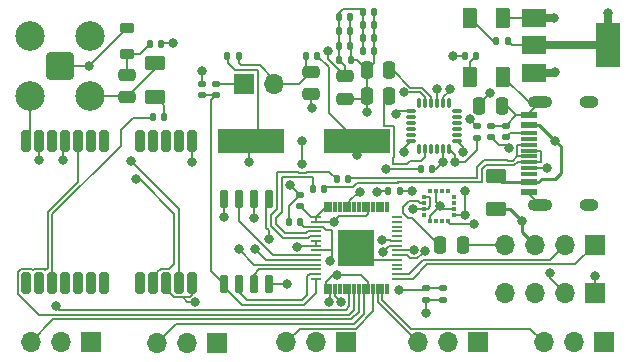
<source format=gbr>
%TF.GenerationSoftware,KiCad,Pcbnew,(6.0.7)*%
%TF.CreationDate,2022-11-19T04:14:00-05:00*%
%TF.ProjectId,picopilotv1,7069636f-7069-46c6-9f74-76312e6b6963,rev?*%
%TF.SameCoordinates,Original*%
%TF.FileFunction,Copper,L1,Top*%
%TF.FilePolarity,Positive*%
%FSLAX46Y46*%
G04 Gerber Fmt 4.6, Leading zero omitted, Abs format (unit mm)*
G04 Created by KiCad (PCBNEW (6.0.7)) date 2022-11-19 04:14:00*
%MOMM*%
%LPD*%
G01*
G04 APERTURE LIST*
G04 Aperture macros list*
%AMRoundRect*
0 Rectangle with rounded corners*
0 $1 Rounding radius*
0 $2 $3 $4 $5 $6 $7 $8 $9 X,Y pos of 4 corners*
0 Add a 4 corners polygon primitive as box body*
4,1,4,$2,$3,$4,$5,$6,$7,$8,$9,$2,$3,0*
0 Add four circle primitives for the rounded corners*
1,1,$1+$1,$2,$3*
1,1,$1+$1,$4,$5*
1,1,$1+$1,$6,$7*
1,1,$1+$1,$8,$9*
0 Add four rect primitives between the rounded corners*
20,1,$1+$1,$2,$3,$4,$5,0*
20,1,$1+$1,$4,$5,$6,$7,0*
20,1,$1+$1,$6,$7,$8,$9,0*
20,1,$1+$1,$8,$9,$2,$3,0*%
G04 Aperture macros list end*
%TA.AperFunction,SMDPad,CuDef*%
%ADD10RoundRect,0.250000X0.375000X0.625000X-0.375000X0.625000X-0.375000X-0.625000X0.375000X-0.625000X0*%
%TD*%
%TA.AperFunction,SMDPad,CuDef*%
%ADD11RoundRect,0.140000X0.140000X0.170000X-0.140000X0.170000X-0.140000X-0.170000X0.140000X-0.170000X0*%
%TD*%
%TA.AperFunction,SMDPad,CuDef*%
%ADD12RoundRect,0.250000X-0.250000X-0.475000X0.250000X-0.475000X0.250000X0.475000X-0.250000X0.475000X0*%
%TD*%
%TA.AperFunction,SMDPad,CuDef*%
%ADD13RoundRect,0.140000X0.170000X-0.140000X0.170000X0.140000X-0.170000X0.140000X-0.170000X-0.140000X0*%
%TD*%
%TA.AperFunction,SMDPad,CuDef*%
%ADD14RoundRect,0.140000X-0.140000X-0.170000X0.140000X-0.170000X0.140000X0.170000X-0.140000X0.170000X0*%
%TD*%
%TA.AperFunction,SMDPad,CuDef*%
%ADD15RoundRect,0.250000X-0.625000X0.375000X-0.625000X-0.375000X0.625000X-0.375000X0.625000X0.375000X0*%
%TD*%
%TA.AperFunction,SMDPad,CuDef*%
%ADD16R,0.450000X0.300000*%
%TD*%
%TA.AperFunction,SMDPad,CuDef*%
%ADD17R,0.300000X0.450000*%
%TD*%
%TA.AperFunction,SMDPad,CuDef*%
%ADD18R,2.000000X1.500000*%
%TD*%
%TA.AperFunction,SMDPad,CuDef*%
%ADD19R,2.000000X3.800000*%
%TD*%
%TA.AperFunction,SMDPad,CuDef*%
%ADD20R,5.600000X2.100000*%
%TD*%
%TA.AperFunction,ComponentPad*%
%ADD21R,1.700000X1.700000*%
%TD*%
%TA.AperFunction,ComponentPad*%
%ADD22O,1.700000X1.700000*%
%TD*%
%TA.AperFunction,SMDPad,CuDef*%
%ADD23RoundRect,0.006000X0.094000X-0.414000X0.094000X0.414000X-0.094000X0.414000X-0.094000X-0.414000X0*%
%TD*%
%TA.AperFunction,SMDPad,CuDef*%
%ADD24RoundRect,0.020000X0.400000X-0.080000X0.400000X0.080000X-0.400000X0.080000X-0.400000X-0.080000X0*%
%TD*%
%TA.AperFunction,SMDPad,CuDef*%
%ADD25R,3.100000X3.100000*%
%TD*%
%TA.AperFunction,SMDPad,CuDef*%
%ADD26RoundRect,0.150000X0.150000X-0.650000X0.150000X0.650000X-0.150000X0.650000X-0.150000X-0.650000X0*%
%TD*%
%TA.AperFunction,SMDPad,CuDef*%
%ADD27RoundRect,0.218750X0.381250X-0.218750X0.381250X0.218750X-0.381250X0.218750X-0.381250X-0.218750X0*%
%TD*%
%TA.AperFunction,SMDPad,CuDef*%
%ADD28RoundRect,0.140000X-0.170000X0.140000X-0.170000X-0.140000X0.170000X-0.140000X0.170000X0.140000X0*%
%TD*%
%TA.AperFunction,SMDPad,CuDef*%
%ADD29RoundRect,0.075000X-0.075000X0.350000X-0.075000X-0.350000X0.075000X-0.350000X0.075000X0.350000X0*%
%TD*%
%TA.AperFunction,SMDPad,CuDef*%
%ADD30RoundRect,0.075000X0.350000X0.075000X-0.350000X0.075000X-0.350000X-0.075000X0.350000X-0.075000X0*%
%TD*%
%TA.AperFunction,SMDPad,CuDef*%
%ADD31RoundRect,0.250000X-0.475000X0.250000X-0.475000X-0.250000X0.475000X-0.250000X0.475000X0.250000X0*%
%TD*%
%TA.AperFunction,ComponentPad*%
%ADD32RoundRect,0.200100X0.949900X-0.949900X0.949900X0.949900X-0.949900X0.949900X-0.949900X-0.949900X0*%
%TD*%
%TA.AperFunction,ComponentPad*%
%ADD33C,2.500000*%
%TD*%
%TA.AperFunction,SMDPad,CuDef*%
%ADD34R,1.450000X0.600000*%
%TD*%
%TA.AperFunction,SMDPad,CuDef*%
%ADD35R,1.450000X0.300000*%
%TD*%
%TA.AperFunction,ComponentPad*%
%ADD36O,2.100000X1.000000*%
%TD*%
%TA.AperFunction,ComponentPad*%
%ADD37O,1.600000X1.000000*%
%TD*%
%TA.AperFunction,SMDPad,CuDef*%
%ADD38RoundRect,0.250000X0.475000X-0.250000X0.475000X0.250000X-0.475000X0.250000X-0.475000X-0.250000X0*%
%TD*%
%TA.AperFunction,SMDPad,CuDef*%
%ADD39RoundRect,0.250000X0.250000X0.475000X-0.250000X0.475000X-0.250000X-0.475000X0.250000X-0.475000X0*%
%TD*%
%TA.AperFunction,SMDPad,CuDef*%
%ADD40RoundRect,0.200000X0.200000X-0.700000X0.200000X0.700000X-0.200000X0.700000X-0.200000X-0.700000X0*%
%TD*%
%TA.AperFunction,ViaPad*%
%ADD41C,0.800000*%
%TD*%
%TA.AperFunction,Conductor*%
%ADD42C,0.250000*%
%TD*%
%TA.AperFunction,Conductor*%
%ADD43C,0.200000*%
%TD*%
%TA.AperFunction,Conductor*%
%ADD44C,0.700000*%
%TD*%
G04 APERTURE END LIST*
D10*
%TO.P,PWR,1,K*%
%TO.N,GND*%
X127892000Y-83566000D03*
%TO.P,PWR,2,A*%
%TO.N,Net-(D2-Pad2)*%
X125092000Y-83566000D03*
%TD*%
D11*
%TO.P,C8,1*%
%TO.N,+1V1*%
X110665200Y-100838000D03*
%TO.P,C8,2*%
%TO.N,GND*%
X109705200Y-100838000D03*
%TD*%
D12*
%TO.P,C19,1*%
%TO.N,Net-(C19-Pad1)*%
X122544800Y-102717600D03*
%TO.P,C19,2*%
%TO.N,GND*%
X124444800Y-102717600D03*
%TD*%
D13*
%TO.P,R1,1*%
%TO.N,/QSPI_SS*%
X103530400Y-90040400D03*
%TO.P,R1,2*%
%TO.N,/~{USB_BOOT}*%
X103530400Y-89080400D03*
%TD*%
D14*
%TO.P,C16,1*%
%TO.N,+3V3*%
X113972400Y-84632800D03*
%TO.P,C16,2*%
%TO.N,GND*%
X114932400Y-84632800D03*
%TD*%
D15*
%TO.P,D1,1,K*%
%TO.N,VBUS*%
X127254000Y-96898000D03*
%TO.P,D1,2,A*%
%TO.N,+5V*%
X127254000Y-99698000D03*
%TD*%
D16*
%TO.P,U5,1,SCL*%
%TO.N,/GPIO1*%
X123703000Y-100191000D03*
%TO.P,U5,2,AVDD*%
%TO.N,+3V3*%
X123703000Y-99691000D03*
%TO.P,U5,3,NC*%
%TO.N,unconnected-(U5-Pad3)*%
X123703000Y-99191000D03*
%TO.P,U5,4,NC*%
%TO.N,unconnected-(U5-Pad4)*%
X123703000Y-98691000D03*
D17*
%TO.P,U5,5,CAD0*%
%TO.N,unconnected-(U5-Pad5)*%
X123178000Y-98166000D03*
%TO.P,U5,6,CAD1*%
%TO.N,unconnected-(U5-Pad6)*%
X122678000Y-98166000D03*
%TO.P,U5,7,VPP*%
%TO.N,+3V3*%
X122178000Y-98166000D03*
%TO.P,U5,8,NC*%
%TO.N,unconnected-(U5-Pad8)*%
X121678000Y-98166000D03*
D16*
%TO.P,U5,9,VSS*%
%TO.N,GND*%
X121153000Y-98691000D03*
%TO.P,U5,10,C1*%
%TO.N,Net-(C19-Pad1)*%
X121153000Y-99191000D03*
%TO.P,U5,11,VSS*%
%TO.N,GND*%
X121153000Y-99691000D03*
%TO.P,U5,12,NC*%
%TO.N,unconnected-(U5-Pad12)*%
X121153000Y-100191000D03*
D17*
%TO.P,U5,13,DVDD*%
%TO.N,+3V3*%
X121678000Y-100716000D03*
%TO.P,U5,14,~{RST}*%
%TO.N,unconnected-(U5-Pad14)*%
X122178000Y-100716000D03*
%TO.P,U5,15,DRDY*%
%TO.N,unconnected-(U5-Pad15)*%
X122678000Y-100716000D03*
%TO.P,U5,16,SDA*%
%TO.N,/GPIO0*%
X123178000Y-100716000D03*
%TD*%
D18*
%TO.P,U1,1,GND*%
%TO.N,GND*%
X130454000Y-83552000D03*
%TO.P,U1,2,VO*%
%TO.N,+3V3*%
X130454000Y-85852000D03*
D19*
X136754000Y-85852000D03*
D18*
%TO.P,U1,3,VI*%
%TO.N,+5V*%
X130454000Y-88152000D03*
%TD*%
D13*
%TO.P,R14,1*%
%TO.N,Net-(J3-PadB5)*%
X128066800Y-93596400D03*
%TO.P,R14,2*%
%TO.N,GND*%
X128066800Y-92636400D03*
%TD*%
D11*
%TO.P,R4,2*%
%TO.N,Net-(R4-Pad2)*%
X111737200Y-98044000D03*
%TO.P,R4,1*%
%TO.N,/USB_D-*%
X112697200Y-98044000D03*
%TD*%
D20*
%TO.P,Y1,1,1*%
%TO.N,/XIN*%
X115498000Y-93980000D03*
%TO.P,Y1,2,2*%
%TO.N,Net-(C3-Pad1)*%
X106498000Y-93980000D03*
%TD*%
D21*
%TO.P,P4,1,Pin_1*%
%TO.N,GND*%
X125715000Y-110998000D03*
D22*
%TO.P,P4,2,Pin_2*%
%TO.N,+5V*%
X123175000Y-110998000D03*
%TO.P,P4,3,Pin_3*%
%TO.N,/GPIO9*%
X120635000Y-110998000D03*
%TD*%
D11*
%TO.P,R3,1*%
%TO.N,/USB_D+*%
X114729200Y-97180400D03*
%TO.P,R3,2*%
%TO.N,Net-(R3-Pad2)*%
X113769200Y-97180400D03*
%TD*%
%TO.P,R5,1*%
%TO.N,/XOUT*%
X119098000Y-98145600D03*
%TO.P,R5,2*%
%TO.N,Net-(C3-Pad1)*%
X118138000Y-98145600D03*
%TD*%
D23*
%TO.P,U3,1,IOVDD*%
%TO.N,+3V3*%
X112843000Y-106432000D03*
%TO.P,U3,2,GPIO0*%
%TO.N,/GPIO0*%
X113243000Y-106432000D03*
%TO.P,U3,3,GPIO1*%
%TO.N,/GPIO1*%
X113643000Y-106432000D03*
%TO.P,U3,4,GPIO2*%
%TO.N,/GPIO2*%
X114043000Y-106432000D03*
%TO.P,U3,5,GPIO3*%
%TO.N,/GPIO3*%
X114443000Y-106432000D03*
%TO.P,U3,6,GPIO4*%
%TO.N,/GPIO4*%
X114843000Y-106432000D03*
%TO.P,U3,7,GPIO5*%
%TO.N,/GPIO5*%
X115243000Y-106432000D03*
%TO.P,U3,8,GPIO6*%
%TO.N,/GPIO6*%
X115643000Y-106432000D03*
%TO.P,U3,9,GPIO7*%
%TO.N,/GPIO7*%
X116043000Y-106432000D03*
%TO.P,U3,10,IOVDD*%
%TO.N,+3V3*%
X116443000Y-106432000D03*
%TO.P,U3,11,GPIO8*%
%TO.N,/GPIO8*%
X116843000Y-106432000D03*
%TO.P,U3,12,GPIO9*%
%TO.N,/GPIO9*%
X117243000Y-106432000D03*
%TO.P,U3,13,GPIO10*%
%TO.N,/GPIO10*%
X117643000Y-106432000D03*
%TO.P,U3,14,GPIO11*%
%TO.N,/GPIO11*%
X118043000Y-106432000D03*
D24*
%TO.P,U3,15,GPIO12*%
%TO.N,/GPIO12*%
X118878000Y-105597000D03*
%TO.P,U3,16,GPIO13*%
%TO.N,/GPIO13*%
X118878000Y-105197000D03*
%TO.P,U3,17,GPIO14*%
%TO.N,/GPIO14*%
X118878000Y-104797000D03*
%TO.P,U3,18,GPIO15*%
%TO.N,/GPIO15*%
X118878000Y-104397000D03*
%TO.P,U3,19,TESTEN*%
%TO.N,GND*%
X118878000Y-103997000D03*
%TO.P,U3,20,XIN*%
%TO.N,/XIN*%
X118878000Y-103597000D03*
%TO.P,U3,21,XOUT*%
%TO.N,/XOUT*%
X118878000Y-103197000D03*
%TO.P,U3,22,IOVDD*%
%TO.N,+3V3*%
X118878000Y-102797000D03*
%TO.P,U3,23,DVDD*%
%TO.N,+1V1*%
X118878000Y-102397000D03*
%TO.P,U3,24,SWCLK*%
%TO.N,/SWCLK*%
X118878000Y-101997000D03*
%TO.P,U3,25,SWD*%
%TO.N,/SWD*%
X118878000Y-101597000D03*
%TO.P,U3,26,RUN*%
%TO.N,/RUN*%
X118878000Y-101197000D03*
%TO.P,U3,27,GPIO16*%
%TO.N,/GPIO16*%
X118878000Y-100797000D03*
%TO.P,U3,28,GPIO17*%
%TO.N,/GPIO17*%
X118878000Y-100397000D03*
D23*
%TO.P,U3,29,GPIO18*%
%TO.N,/GPIO18*%
X118043000Y-99562000D03*
%TO.P,U3,30,GPIO19*%
%TO.N,/GPIO19*%
X117643000Y-99562000D03*
%TO.P,U3,31,GPIO20*%
%TO.N,/GPIO20*%
X117243000Y-99562000D03*
%TO.P,U3,32,GPIO21*%
%TO.N,/GPIO21*%
X116843000Y-99562000D03*
%TO.P,U3,33,IOVDD*%
%TO.N,+3V3*%
X116443000Y-99562000D03*
%TO.P,U3,34,GPIO22*%
%TO.N,/GPIO22*%
X116043000Y-99562000D03*
%TO.P,U3,35,GPIO23*%
%TO.N,/GPIO23*%
X115643000Y-99562000D03*
%TO.P,U3,36,GPIO24*%
%TO.N,/GPIO24*%
X115243000Y-99562000D03*
%TO.P,U3,37,GPIO25*%
%TO.N,/GPIO25*%
X114843000Y-99562000D03*
%TO.P,U3,38,GPIO26_ADC0*%
%TO.N,/GPIO26_ADC0*%
X114443000Y-99562000D03*
%TO.P,U3,39,GPIO27_ADC1*%
%TO.N,/GPIO27_ADC1*%
X114043000Y-99562000D03*
%TO.P,U3,40,GPIO28_ADC2*%
%TO.N,/GPIO28_ADC2*%
X113643000Y-99562000D03*
%TO.P,U3,41,GPIO29_ADC3*%
%TO.N,/GPIO29_ADC3*%
X113243000Y-99562000D03*
%TO.P,U3,42,IOVDD*%
%TO.N,+3V3*%
X112843000Y-99562000D03*
D24*
%TO.P,U3,43,ADC_AVDD*%
X112008000Y-100397000D03*
%TO.P,U3,44,VREG_IN*%
X112008000Y-100797000D03*
%TO.P,U3,45,VREG_VOUT*%
%TO.N,+1V1*%
X112008000Y-101197000D03*
%TO.P,U3,46,USB_DM*%
%TO.N,Net-(R4-Pad2)*%
X112008000Y-101597000D03*
%TO.P,U3,47,USB_DP*%
%TO.N,Net-(R3-Pad2)*%
X112008000Y-101997000D03*
%TO.P,U3,48,USB_VDD*%
%TO.N,+3V3*%
X112008000Y-102397000D03*
%TO.P,U3,49,IOVDD*%
X112008000Y-102797000D03*
%TO.P,U3,50,DVDD*%
%TO.N,+1V1*%
X112008000Y-103197000D03*
%TO.P,U3,51,QSPI_SD3*%
%TO.N,/QSPI_SD3*%
X112008000Y-103597000D03*
%TO.P,U3,52,QSPI_SCLK*%
%TO.N,/QSPI_SCLK*%
X112008000Y-103997000D03*
%TO.P,U3,53,QSPI_SD0*%
%TO.N,/QSPI_SD0*%
X112008000Y-104397000D03*
%TO.P,U3,54,QSPI_SD2*%
%TO.N,/QSPI_SD2*%
X112008000Y-104797000D03*
%TO.P,U3,55,QSPI_SD1*%
%TO.N,/QSPI_SD1*%
X112008000Y-105197000D03*
%TO.P,U3,56,QSPI_SS*%
%TO.N,/QSPI_SS*%
X112008000Y-105597000D03*
D25*
%TO.P,U3,57,GND*%
%TO.N,GND*%
X115443000Y-102997000D03*
%TD*%
D26*
%TO.P,U2,8,VCC*%
%TO.N,+3V3*%
X104216200Y-98863600D03*
%TO.P,U2,7,IO3*%
%TO.N,/QSPI_SD3*%
X105486200Y-98863600D03*
%TO.P,U2,6,CLK*%
%TO.N,/QSPI_SCLK*%
X106756200Y-98863600D03*
%TO.P,U2,5,DI(IO0)*%
%TO.N,/QSPI_SD0*%
X108026200Y-98863600D03*
%TO.P,U2,4,GND*%
%TO.N,GND*%
X108026200Y-106063600D03*
%TO.P,U2,3,IO2*%
%TO.N,/QSPI_SD2*%
X106756200Y-106063600D03*
%TO.P,U2,2,DO(IO1)*%
%TO.N,/QSPI_SD1*%
X105486200Y-106063600D03*
%TO.P,U2,1,~{CS}*%
%TO.N,/QSPI_SS*%
X104216200Y-106063600D03*
%TD*%
D14*
%TO.P,R9,2*%
%TO.N,Net-(D4-Pad2)*%
X99159000Y-91948000D03*
%TO.P,R9,1*%
%TO.N,Net-(R9-Pad1)*%
X98199000Y-91948000D03*
%TD*%
D11*
%TO.P,R8,1*%
%TO.N,Net-(R8-Pad1)*%
X98905000Y-85725000D03*
%TO.P,R8,2*%
%TO.N,Net-(C18-Pad2)*%
X97945000Y-85725000D03*
%TD*%
%TO.P,R6,1*%
%TO.N,+3V3*%
X128242000Y-85471000D03*
%TO.P,R6,2*%
%TO.N,Net-(D2-Pad2)*%
X127282000Y-85471000D03*
%TD*%
D21*
%TO.P,P1,1,Pin_1*%
%TO.N,GND*%
X92949000Y-110941000D03*
D22*
%TO.P,P1,2,Pin_2*%
%TO.N,+5V*%
X90409000Y-110941000D03*
%TO.P,P1,3,Pin_3*%
%TO.N,/GPIO6*%
X87869000Y-110941000D03*
%TD*%
D14*
%TO.P,C5,1*%
%TO.N,+3V3*%
X113972400Y-85902800D03*
%TO.P,C5,2*%
%TO.N,GND*%
X114932400Y-85902800D03*
%TD*%
%TO.P,C13,1*%
%TO.N,+3V3*%
X116004400Y-86360000D03*
%TO.P,C13,2*%
%TO.N,GND*%
X116964400Y-86360000D03*
%TD*%
D15*
%TO.P,GPS,1,K*%
%TO.N,GND*%
X98425000Y-87373000D03*
%TO.P,GPS,2,A*%
%TO.N,Net-(D4-Pad2)*%
X98425000Y-90173000D03*
%TD*%
D21*
%TO.P,J1,1,Pin_1*%
%TO.N,/GPIO12*%
X135626000Y-102743000D03*
D22*
%TO.P,J1,2,Pin_2*%
%TO.N,/GPIO13*%
X133086000Y-102743000D03*
%TO.P,J1,3,Pin_3*%
%TO.N,+5V*%
X130546000Y-102743000D03*
%TO.P,J1,4,Pin_4*%
%TO.N,GND*%
X128006000Y-102743000D03*
%TD*%
D27*
%TO.P,L1,1,1*%
%TO.N,Net-(C18-Pad2)*%
X96012000Y-86533500D03*
%TO.P,L1,2,2*%
%TO.N,Net-(J4-Pad1)*%
X96012000Y-84408500D03*
%TD*%
D28*
%TO.P,R11,1*%
%TO.N,+3V3*%
X125628400Y-92687200D03*
%TO.P,R11,2*%
%TO.N,/GPIO0*%
X125628400Y-93647200D03*
%TD*%
D22*
%TO.P,P5,3,Pin_3*%
%TO.N,/GPIO10*%
X131318000Y-110998000D03*
%TO.P,P5,2,Pin_2*%
%TO.N,+5V*%
X133858000Y-110998000D03*
D21*
%TO.P,P5,1,Pin_1*%
%TO.N,GND*%
X136398000Y-110998000D03*
%TD*%
%TO.P,J2,1,Pin_1*%
%TO.N,/~{USB_BOOT}*%
X105918000Y-89154000D03*
D22*
%TO.P,J2,2,Pin_2*%
%TO.N,GND*%
X108458000Y-89154000D03*
%TD*%
D29*
%TO.P,U6,24,SDA*%
%TO.N,/GPIO0*%
X123271600Y-94609200D03*
%TO.P,U6,23,SCL*%
%TO.N,/GPIO1*%
X122771600Y-94609200D03*
%TO.P,U6,22,NC*%
%TO.N,unconnected-(U6-Pad22)*%
X122271600Y-94609200D03*
%TO.P,U6,21,NC*%
%TO.N,unconnected-(U6-Pad21)*%
X121771600Y-94609200D03*
%TO.P,U6,20,CPOUT*%
%TO.N,Net-(C21-Pad1)*%
X121271600Y-94609200D03*
%TO.P,U6,19,NC*%
%TO.N,unconnected-(U6-Pad19)*%
X120771600Y-94609200D03*
D30*
%TO.P,U6,18,GND*%
%TO.N,GND*%
X120071600Y-93909200D03*
%TO.P,U6,17,NC*%
%TO.N,unconnected-(U6-Pad17)*%
X120071600Y-93409200D03*
%TO.P,U6,16,NC*%
%TO.N,unconnected-(U6-Pad16)*%
X120071600Y-92909200D03*
%TO.P,U6,15,NC*%
%TO.N,unconnected-(U6-Pad15)*%
X120071600Y-92409200D03*
%TO.P,U6,14,NC*%
%TO.N,unconnected-(U6-Pad14)*%
X120071600Y-91909200D03*
%TO.P,U6,13,VDD*%
%TO.N,+3V3*%
X120071600Y-91409200D03*
D29*
%TO.P,U6,12,INT*%
%TO.N,NC*%
X120771600Y-90709200D03*
%TO.P,U6,11,FSYNC*%
%TO.N,GND*%
X121271600Y-90709200D03*
%TO.P,U6,10,REGOUT*%
%TO.N,Net-(C20-Pad1)*%
X121771600Y-90709200D03*
%TO.P,U6,9,AD0*%
%TO.N,GND*%
X122271600Y-90709200D03*
%TO.P,U6,8,VDDIO*%
%TO.N,+3V3*%
X122771600Y-90709200D03*
%TO.P,U6,7,AUX_SCL*%
%TO.N,Net-(J6-Pad1)*%
X123271600Y-90709200D03*
D30*
%TO.P,U6,6,AUX_SDA*%
%TO.N,Net-(J6-Pad2)*%
X123971600Y-91409200D03*
%TO.P,U6,5,NC*%
%TO.N,unconnected-(U6-Pad5)*%
X123971600Y-91909200D03*
%TO.P,U6,4,NC*%
%TO.N,unconnected-(U6-Pad4)*%
X123971600Y-92409200D03*
%TO.P,U6,3,NC*%
%TO.N,unconnected-(U6-Pad3)*%
X123971600Y-92909200D03*
%TO.P,U6,2,NC*%
%TO.N,unconnected-(U6-Pad2)*%
X123971600Y-93409200D03*
%TO.P,U6,1,CLKIN*%
%TO.N,GND*%
X123971600Y-93909200D03*
%TD*%
D14*
%TO.P,C9,1*%
%TO.N,+3V3*%
X116004400Y-83007200D03*
%TO.P,C9,2*%
%TO.N,GND*%
X116964400Y-83007200D03*
%TD*%
D31*
%TO.P,C17,1*%
%TO.N,+3V3*%
X114488000Y-88458000D03*
%TO.P,C17,2*%
%TO.N,GND*%
X114488000Y-90358000D03*
%TD*%
D14*
%TO.P,R10,1*%
%TO.N,+3V3*%
X120881200Y-96316800D03*
%TO.P,R10,2*%
%TO.N,/GPIO1*%
X121841200Y-96316800D03*
%TD*%
D28*
%TO.P,C6,1*%
%TO.N,+1V1*%
X122732800Y-106403200D03*
%TO.P,C6,2*%
%TO.N,GND*%
X122732800Y-107363200D03*
%TD*%
D13*
%TO.P,R13,1*%
%TO.N,Net-(J3-PadA5)*%
X126847600Y-93596400D03*
%TO.P,R13,2*%
%TO.N,GND*%
X126847600Y-92636400D03*
%TD*%
D12*
%TO.P,C1,1*%
%TO.N,VBUS*%
X125846800Y-90982800D03*
%TO.P,C1,2*%
%TO.N,GND*%
X127746800Y-90982800D03*
%TD*%
D14*
%TO.P,C12,1*%
%TO.N,+3V3*%
X116004400Y-85242400D03*
%TO.P,C12,2*%
%TO.N,GND*%
X116964400Y-85242400D03*
%TD*%
D32*
%TO.P,J4,1,In*%
%TO.N,Net-(J4-Pad1)*%
X90337000Y-87630000D03*
D33*
%TO.P,J4,2,Ext*%
%TO.N,GND*%
X87797000Y-90170000D03*
X92877000Y-85090000D03*
X92877000Y-90170000D03*
X87797000Y-85090000D03*
%TD*%
D14*
%TO.P,C3,1*%
%TO.N,Net-(C3-Pad1)*%
X104523600Y-86715600D03*
%TO.P,C3,2*%
%TO.N,GND*%
X105483600Y-86715600D03*
%TD*%
D28*
%TO.P,R2,1*%
%TO.N,+3V3*%
X102362000Y-89080400D03*
%TO.P,R2,2*%
%TO.N,/QSPI_SS*%
X102362000Y-90040400D03*
%TD*%
D13*
%TO.P,C10,1*%
%TO.N,+3V3*%
X110642400Y-99438400D03*
%TO.P,C10,2*%
%TO.N,GND*%
X110642400Y-98478400D03*
%TD*%
D34*
%TO.P,J3,A1,GND*%
%TO.N,GND*%
X130067000Y-98246000D03*
%TO.P,J3,A4,VBUS*%
%TO.N,VBUS*%
X130067000Y-97446000D03*
D35*
%TO.P,J3,A5,CC1*%
%TO.N,Net-(J3-PadA5)*%
X130067000Y-96246000D03*
%TO.P,J3,A6,D+*%
%TO.N,/USB_D+*%
X130067000Y-95246000D03*
%TO.P,J3,A7,D-*%
%TO.N,/USB_D-*%
X130067000Y-94746000D03*
%TO.P,J3,A8,SBU1*%
%TO.N,unconnected-(J3-PadA8)*%
X130067000Y-93746000D03*
D34*
%TO.P,J3,A9,VBUS*%
%TO.N,VBUS*%
X130067000Y-92546000D03*
%TO.P,J3,A12,GND*%
%TO.N,GND*%
X130067000Y-91746000D03*
%TO.P,J3,B1,GND*%
X130067000Y-91746000D03*
%TO.P,J3,B4,VBUS*%
%TO.N,VBUS*%
X130067000Y-92546000D03*
D35*
%TO.P,J3,B5,CC2*%
%TO.N,Net-(J3-PadB5)*%
X130067000Y-93246000D03*
%TO.P,J3,B6,D+*%
%TO.N,/USB_D+*%
X130067000Y-94246000D03*
%TO.P,J3,B7,D-*%
%TO.N,/USB_D-*%
X130067000Y-95746000D03*
%TO.P,J3,B8,SBU2*%
%TO.N,unconnected-(J3-PadB8)*%
X130067000Y-96746000D03*
D34*
%TO.P,J3,B9,VBUS*%
%TO.N,VBUS*%
X130067000Y-97446000D03*
%TO.P,J3,B12,GND*%
%TO.N,GND*%
X130067000Y-98246000D03*
D36*
%TO.P,J3,S1,SHIELD*%
X130982000Y-99316000D03*
D37*
X135162000Y-90676000D03*
X135162000Y-99316000D03*
D36*
X130982000Y-90676000D03*
%TD*%
D21*
%TO.P,P2,1,Pin_1*%
%TO.N,GND*%
X103617000Y-111068000D03*
D22*
%TO.P,P2,2,Pin_2*%
%TO.N,+5V*%
X101077000Y-111068000D03*
%TO.P,P2,3,Pin_3*%
%TO.N,/GPIO7*%
X98537000Y-111068000D03*
%TD*%
D38*
%TO.P,C4,1*%
%TO.N,+3V3*%
X111633000Y-89977000D03*
%TO.P,C4,2*%
%TO.N,GND*%
X111633000Y-88077000D03*
%TD*%
D14*
%TO.P,C15,1*%
%TO.N,+3V3*%
X114008000Y-87071200D03*
%TO.P,C15,2*%
%TO.N,GND*%
X114968000Y-87071200D03*
%TD*%
D38*
%TO.P,C18,1*%
%TO.N,GND*%
X96012000Y-90231000D03*
%TO.P,C18,2*%
%TO.N,Net-(C18-Pad2)*%
X96012000Y-88331000D03*
%TD*%
D14*
%TO.P,R7,1*%
%TO.N,/GPIO25*%
X124615000Y-86741000D03*
%TO.P,R7,2*%
%TO.N,Net-(D3-Pad2)*%
X125575000Y-86741000D03*
%TD*%
%TO.P,C14,1*%
%TO.N,+3V3*%
X113972400Y-83413600D03*
%TO.P,C14,2*%
%TO.N,GND*%
X114932400Y-83413600D03*
%TD*%
D39*
%TO.P,C21,1*%
%TO.N,Net-(C21-Pad1)*%
X118232000Y-90119200D03*
%TO.P,C21,2*%
%TO.N,GND*%
X116332000Y-90119200D03*
%TD*%
D10*
%TO.P,STATUS,1,K*%
%TO.N,GND*%
X127892000Y-88519000D03*
%TO.P,STATUS,2,A*%
%TO.N,Net-(D3-Pad2)*%
X125092000Y-88519000D03*
%TD*%
D11*
%TO.P,C2,1*%
%TO.N,/XIN*%
X112138400Y-86715600D03*
%TO.P,C2,2*%
%TO.N,GND*%
X111178400Y-86715600D03*
%TD*%
D28*
%TO.P,C7,1*%
%TO.N,+1V1*%
X121361200Y-106403200D03*
%TO.P,C7,2*%
%TO.N,GND*%
X121361200Y-107363200D03*
%TD*%
D21*
%TO.P,J5,1,Pin_1*%
%TO.N,/GPIO0*%
X135636000Y-106807000D03*
D22*
%TO.P,J5,2,Pin_2*%
%TO.N,/GPIO1*%
X133096000Y-106807000D03*
%TO.P,J5,3,Pin_3*%
%TO.N,+3V3*%
X130556000Y-106807000D03*
%TO.P,J5,4,Pin_4*%
%TO.N,GND*%
X128016000Y-106807000D03*
%TD*%
D40*
%TO.P,U4,1,~{SAFEBOOT}*%
%TO.N,unconnected-(U4-Pad1)*%
X87488000Y-105949000D03*
%TO.P,U4,2,D_SEL*%
%TO.N,unconnected-(U4-Pad2)*%
X88588000Y-105949000D03*
%TO.P,U4,3,TIMEPULSE*%
%TO.N,Net-(R9-Pad1)*%
X89688000Y-105949000D03*
%TO.P,U4,4,EXTINT*%
%TO.N,unconnected-(U4-Pad4)*%
X90788000Y-105949000D03*
%TO.P,U4,5,USB_DM*%
%TO.N,unconnected-(U4-Pad5)*%
X91888000Y-105949000D03*
%TO.P,U4,6,USB_DP*%
%TO.N,unconnected-(U4-Pad6)*%
X92988000Y-105949000D03*
%TO.P,U4,7,VDD_USB*%
%TO.N,unconnected-(U4-Pad7)*%
X94088000Y-105949000D03*
%TO.P,U4,8,~{RESET}*%
%TO.N,unconnected-(U4-Pad8)*%
X97088000Y-105949000D03*
%TO.P,U4,9,VCC_RF*%
%TO.N,Net-(R8-Pad1)*%
X98188000Y-105949000D03*
%TO.P,U4,10,GND*%
%TO.N,GND*%
X99288000Y-105949000D03*
%TO.P,U4,11,RF_IN*%
%TO.N,Net-(J4-Pad1)*%
X100388000Y-105949000D03*
%TO.P,U4,12,GND*%
%TO.N,GND*%
X101488000Y-105949000D03*
%TO.P,U4,13,GND*%
X101488000Y-93949000D03*
%TO.P,U4,14,RESERVED*%
%TO.N,unconnected-(U4-Pad14)*%
X100388000Y-93949000D03*
%TO.P,U4,15,RESERVED*%
%TO.N,unconnected-(U4-Pad15)*%
X99288000Y-93949000D03*
%TO.P,U4,16,RESERVED*%
%TO.N,unconnected-(U4-Pad16)*%
X98188000Y-93949000D03*
%TO.P,U4,17,RESERVED*%
%TO.N,unconnected-(U4-Pad17)*%
X97088000Y-93949000D03*
%TO.P,U4,18,SDA/~{SPI_CS}*%
%TO.N,unconnected-(U4-Pad18)*%
X94088000Y-93949000D03*
%TO.P,U4,19,SCL/SPI_CLK*%
%TO.N,unconnected-(U4-Pad19)*%
X92988000Y-93949000D03*
%TO.P,U4,20,TXD/SPI_MISO*%
%TO.N,/GPIO5*%
X91888000Y-93949000D03*
%TO.P,U4,21,RXD/SPI_MOSI*%
%TO.N,/GPIO4*%
X90788000Y-93949000D03*
%TO.P,U4,22,V_BCKP*%
%TO.N,unconnected-(U4-Pad22)*%
X89688000Y-93949000D03*
%TO.P,U4,23,VCC*%
%TO.N,+3V3*%
X88588000Y-93949000D03*
%TO.P,U4,24,GND*%
%TO.N,GND*%
X87488000Y-93949000D03*
%TD*%
D39*
%TO.P,C20,1*%
%TO.N,Net-(C20-Pad1)*%
X118232000Y-87934800D03*
%TO.P,C20,2*%
%TO.N,GND*%
X116332000Y-87934800D03*
%TD*%
D21*
%TO.P,P3,1,Pin_1*%
%TO.N,GND*%
X114539000Y-110998000D03*
D22*
%TO.P,P3,2,Pin_2*%
%TO.N,+5V*%
X111999000Y-110998000D03*
%TO.P,P3,3,Pin_3*%
%TO.N,/GPIO8*%
X109459000Y-110998000D03*
%TD*%
D14*
%TO.P,C11,1*%
%TO.N,+3V3*%
X116004400Y-84124800D03*
%TO.P,C11,2*%
%TO.N,GND*%
X116964400Y-84124800D03*
%TD*%
D41*
%TO.N,/QSPI_SD0*%
X108000800Y-102209600D03*
X105511600Y-103124000D03*
%TO.N,/QSPI_SCLK*%
X106781600Y-100482400D03*
X106845778Y-103059822D03*
%TO.N,+3V3*%
X136753600Y-83108800D03*
X102362000Y-87985600D03*
%TO.N,GND*%
X124473378Y-94907778D03*
X116332000Y-91490800D03*
%TO.N,+3V3*%
X123342400Y-89509600D03*
%TO.N,GND*%
X122275600Y-89509600D03*
X119430800Y-89814400D03*
%TO.N,+3V3*%
X118821200Y-91643200D03*
%TO.N,GND*%
X119481600Y-94894400D03*
%TO.N,+3V3*%
X117936534Y-96346100D03*
X125018800Y-92100400D03*
%TO.N,/GPIO0*%
X123783103Y-95707200D03*
%TO.N,/GPIO1*%
X122783600Y-95707200D03*
%TO.N,+3V3*%
X113030000Y-86309200D03*
X111658400Y-91135200D03*
%TO.N,/GPIO1*%
X124612400Y-98145600D03*
%TO.N,VBUS*%
X126746000Y-89865200D03*
X132297000Y-93943000D03*
%TO.N,Net-(J3-PadA5)*%
X131572000Y-96215200D03*
X128320800Y-94538800D03*
%TO.N,GND*%
X120192800Y-99720400D03*
%TO.N,/GPIO25*%
X123647200Y-86715600D03*
X110845600Y-93929200D03*
X110845600Y-95910400D03*
X115759822Y-98233822D03*
%TO.N,GND*%
X132181600Y-83566000D03*
X101498400Y-95707200D03*
%TO.N,Net-(R8-Pad1)*%
X99923600Y-85648800D03*
X96774000Y-97180400D03*
%TO.N,Net-(J4-Pad1)*%
X92811600Y-87630000D03*
X96355900Y-95656400D03*
%TO.N,+3V3*%
X122529600Y-99415600D03*
%TO.N,GND*%
X121361200Y-108508800D03*
%TO.N,+1V1*%
X119024400Y-106527600D03*
%TO.N,GND*%
X109811500Y-97670300D03*
%TO.N,+3V3*%
X117714542Y-103293742D03*
%TO.N,+1V1*%
X117622982Y-102298442D03*
X113233200Y-104089200D03*
%TO.N,Net-(C3-Pad1)*%
X106324400Y-95758000D03*
X117144800Y-98298000D03*
%TO.N,+5V*%
X132232400Y-88138000D03*
%TO.N,GND*%
X115443000Y-102997000D03*
%TO.N,/GPIO0*%
X113131600Y-107530100D03*
%TO.N,/GPIO1*%
X114143500Y-107530100D03*
X131826000Y-105087100D03*
X124663200Y-100228400D03*
%TO.N,/GPIO0*%
X125369955Y-100935155D03*
X135636000Y-105410000D03*
%TO.N,/GPIO4*%
X90627200Y-95554800D03*
X89966800Y-107930100D03*
%TO.N,GND*%
X109524800Y-106070400D03*
%TO.N,+3V3*%
X113792000Y-105250000D03*
X110407217Y-102878683D03*
%TO.N,GND*%
X101752400Y-107530100D03*
%TO.N,/XIN*%
X121291281Y-103247145D03*
X115519200Y-95097600D03*
%TO.N,/XOUT*%
X120294400Y-103174800D03*
X120142000Y-98196400D03*
%TO.N,+3V3*%
X88595200Y-95554800D03*
X113538000Y-100787200D03*
X104241600Y-100380800D03*
%TO.N,+5V*%
X129438400Y-100685600D03*
%TD*%
D42*
%TO.N,VBUS*%
X132232400Y-97129600D02*
X132750000Y-96612000D01*
X132750000Y-96612000D02*
X132750000Y-94396000D01*
X131128399Y-97129600D02*
X132232400Y-97129600D01*
X130811999Y-97446000D02*
X131128399Y-97129600D01*
X130067000Y-97446000D02*
X130811999Y-97446000D01*
X132750000Y-94396000D02*
X132297000Y-93943000D01*
D43*
%TO.N,+3V3*%
X115816400Y-105250000D02*
X116443000Y-105876600D01*
X113792000Y-105250000D02*
X115816400Y-105250000D01*
X112843000Y-105891251D02*
X112843000Y-106432000D01*
X113484251Y-105250000D02*
X112843000Y-105891251D01*
X116443000Y-105876600D02*
X116443000Y-106432000D01*
X113792000Y-105250000D02*
X113484251Y-105250000D01*
%TO.N,Net-(R9-Pad1)*%
X89688000Y-100144800D02*
X89688000Y-105949000D01*
X95500000Y-93000000D02*
X95500000Y-94332800D01*
X96500000Y-92000000D02*
X95500000Y-93000000D01*
X98147000Y-92000000D02*
X96500000Y-92000000D01*
X98199000Y-91948000D02*
X98147000Y-92000000D01*
X95500000Y-94332800D02*
X89688000Y-100144800D01*
%TO.N,/GPIO8*%
X110627400Y-109829600D02*
X109459000Y-110998000D01*
X115373686Y-109829600D02*
X110627400Y-109829600D01*
X116843000Y-108360286D02*
X115373686Y-109829600D01*
X116843000Y-106432000D02*
X116843000Y-108360286D01*
%TO.N,Net-(R8-Pad1)*%
X99988000Y-100089600D02*
X97078800Y-97180400D01*
X98880893Y-104749000D02*
X99565946Y-104749000D01*
X97078800Y-97180400D02*
X96774000Y-97180400D01*
X98588000Y-105041893D02*
X98880893Y-104749000D01*
X99565946Y-104749000D02*
X99988000Y-104326946D01*
X98588000Y-105549000D02*
X98588000Y-105041893D01*
X98188000Y-105949000D02*
X98588000Y-105549000D01*
X99988000Y-104326946D02*
X99988000Y-100089600D01*
%TO.N,Net-(C21-Pad1)*%
X117754400Y-90596800D02*
X118232000Y-90119200D01*
X117754400Y-92630000D02*
X117754400Y-90596800D01*
X118598000Y-92630000D02*
X117754400Y-92630000D01*
X118567200Y-95360800D02*
X118598000Y-95330000D01*
X119706400Y-95910400D02*
X118567200Y-95910400D01*
X120000000Y-95616800D02*
X119706400Y-95910400D01*
X120943600Y-95616800D02*
X120000000Y-95616800D01*
X121271600Y-95288800D02*
X120943600Y-95616800D01*
X118598000Y-95330000D02*
X118598000Y-92630000D01*
X121271600Y-94609200D02*
X121271600Y-95288800D01*
X118567200Y-95910400D02*
X118567200Y-95360800D01*
%TO.N,/GPIO5*%
X91888000Y-97379114D02*
X91888000Y-93949000D01*
X89288000Y-99979114D02*
X91888000Y-97379114D01*
X89288000Y-104676946D02*
X89288000Y-99979114D01*
X89105527Y-104859420D02*
X89288000Y-104676946D01*
X88995107Y-104749000D02*
X89105527Y-104859420D01*
X88180893Y-104749000D02*
X88995107Y-104749000D01*
X87895107Y-104749000D02*
X88038000Y-104891893D01*
X86788000Y-106856107D02*
X86788000Y-105041893D01*
X88561493Y-108629600D02*
X86788000Y-106856107D01*
X114832714Y-108629600D02*
X88561493Y-108629600D01*
X115243000Y-108219314D02*
X114832714Y-108629600D01*
X87080893Y-104749000D02*
X87895107Y-104749000D01*
X115243000Y-106432000D02*
X115243000Y-108219314D01*
X86788000Y-105041893D02*
X87080893Y-104749000D01*
X88038000Y-104891893D02*
X88180893Y-104749000D01*
%TO.N,+3V3*%
X102362000Y-89080400D02*
X102362000Y-87985600D01*
D42*
%TO.N,+5V*%
X129438400Y-101635400D02*
X130546000Y-102743000D01*
X129438400Y-100685600D02*
X129438400Y-101635400D01*
X127254000Y-99698000D02*
X128450800Y-99698000D01*
X128450800Y-99698000D02*
X129438400Y-100685600D01*
D43*
%TO.N,VBUS*%
X125846800Y-90764400D02*
X126746000Y-89865200D01*
X125846800Y-90982800D02*
X125846800Y-90764400D01*
%TO.N,+3V3*%
X125605600Y-92687200D02*
X125018800Y-92100400D01*
X125628400Y-92687200D02*
X125605600Y-92687200D01*
%TO.N,GND*%
X124473378Y-94907778D02*
X124473378Y-94410978D01*
X124473378Y-94410978D02*
X123971600Y-93909200D01*
X119481600Y-94894400D02*
X119481600Y-94499200D01*
X119481600Y-94499200D02*
X120071600Y-93909200D01*
%TO.N,+3V3*%
X119055200Y-91409200D02*
X120071600Y-91409200D01*
X118821200Y-91643200D02*
X119055200Y-91409200D01*
%TO.N,GND*%
X122275600Y-89509600D02*
X122271600Y-89513600D01*
X122271600Y-89513600D02*
X122271600Y-90709200D01*
%TO.N,+3V3*%
X122771600Y-90253870D02*
X122771600Y-90709200D01*
X123342400Y-89683070D02*
X122771600Y-90253870D01*
X123342400Y-89509600D02*
X123342400Y-89683070D01*
D44*
%TO.N,+5V*%
X132218400Y-88152000D02*
X130454000Y-88152000D01*
D43*
X132232400Y-88138000D02*
X132218400Y-88152000D01*
%TO.N,/GPIO25*%
X123672600Y-86741000D02*
X124615000Y-86741000D01*
X123647200Y-86715600D02*
X123672600Y-86741000D01*
%TO.N,/GPIO4*%
X114528400Y-108229600D02*
X114843000Y-107915000D01*
X89966800Y-107930100D02*
X90266300Y-108229600D01*
X90266300Y-108229600D02*
X114528400Y-108229600D01*
X114843000Y-107915000D02*
X114843000Y-106432000D01*
%TO.N,GND*%
X101752400Y-107530100D02*
X101105700Y-107530100D01*
X101105700Y-107530100D02*
X100724600Y-107149000D01*
X116332000Y-90119200D02*
X116332000Y-91490800D01*
X101488000Y-95696800D02*
X101488000Y-93949000D01*
X101498400Y-95707200D02*
X101488000Y-95696800D01*
%TO.N,+3V3*%
X117714542Y-103293742D02*
X118211284Y-102797000D01*
X118211284Y-102797000D02*
X118878000Y-102797000D01*
X122805000Y-99691000D02*
X123703000Y-99691000D01*
X122178000Y-99064000D02*
X122178000Y-98166000D01*
X122529600Y-99415600D02*
X122178000Y-99064000D01*
X122529600Y-99415600D02*
X122805000Y-99691000D01*
X121678000Y-100267200D02*
X121678000Y-100716000D01*
X122529600Y-99415600D02*
X121678000Y-100267200D01*
%TO.N,Net-(C19-Pad1)*%
X122428000Y-102717600D02*
X122544800Y-102717600D01*
X119833948Y-100420400D02*
X120130800Y-100420400D01*
X120130800Y-100420400D02*
X122428000Y-102717600D01*
X119410548Y-99512702D02*
X119410548Y-99997000D01*
X119410548Y-99997000D02*
X119833948Y-100420400D01*
X120635150Y-99020400D02*
X119902850Y-99020400D01*
X120805750Y-99191000D02*
X120635150Y-99020400D01*
X119902850Y-99020400D02*
X119410548Y-99512702D01*
X121153000Y-99191000D02*
X120805750Y-99191000D01*
%TO.N,Net-(C3-Pad1)*%
X106324400Y-94153600D02*
X106498000Y-93980000D01*
X106324400Y-95758000D02*
X106324400Y-94153600D01*
%TO.N,/GPIO4*%
X90627200Y-95554800D02*
X90627200Y-94843600D01*
%TO.N,+3V3*%
X88588000Y-95547600D02*
X88588000Y-93949000D01*
X88595200Y-95554800D02*
X88588000Y-95547600D01*
%TO.N,Net-(J4-Pad1)*%
X92811600Y-87630000D02*
X92790500Y-87630000D01*
%TO.N,GND*%
X121361200Y-108508800D02*
X121361200Y-107363200D01*
X121361200Y-107363200D02*
X122732800Y-107363200D01*
%TO.N,+1V1*%
X121361200Y-106403200D02*
X122732800Y-106403200D01*
X121236800Y-106527600D02*
X121361200Y-106403200D01*
X119024400Y-106527600D02*
X121236800Y-106527600D01*
%TO.N,/QSPI_SD0*%
X108000800Y-101461510D02*
X107804000Y-101264709D01*
X107804000Y-99085800D02*
X108026200Y-98863600D01*
X108000800Y-102209600D02*
X108000800Y-101461510D01*
X107804000Y-101264709D02*
X107804000Y-99085800D01*
X106784600Y-104397000D02*
X105511600Y-103124000D01*
X109826600Y-104397000D02*
X106784600Y-104397000D01*
X109826600Y-104397000D02*
X112008000Y-104397000D01*
%TO.N,/QSPI_SCLK*%
X106781600Y-98889000D02*
X106756200Y-98863600D01*
X107782956Y-103997000D02*
X106845778Y-103059822D01*
X106781600Y-100482400D02*
X106781600Y-98889000D01*
X109970604Y-103997000D02*
X107782956Y-103997000D01*
%TO.N,/QSPI_SD3*%
X105486200Y-100711000D02*
X105486200Y-98863600D01*
X108372200Y-103597000D02*
X105486200Y-100711000D01*
X112008000Y-103597000D02*
X108372200Y-103597000D01*
%TO.N,GND*%
X109834300Y-97670300D02*
X110642400Y-98478400D01*
X109811500Y-97670300D02*
X109834300Y-97670300D01*
%TO.N,+3V3*%
X116215749Y-100330000D02*
X116443000Y-100102749D01*
X113538000Y-100787200D02*
X113995200Y-100330000D01*
X113528200Y-100797000D02*
X112008000Y-100797000D01*
X113995200Y-100330000D02*
X116215749Y-100330000D01*
X116443000Y-100102749D02*
X116443000Y-99562000D01*
X113538000Y-100787200D02*
X113528200Y-100797000D01*
X104241600Y-100380800D02*
X104241600Y-98889000D01*
X104241600Y-98889000D02*
X104216200Y-98863600D01*
%TO.N,/QSPI_SS*%
X103124000Y-104971400D02*
X104216200Y-106063600D01*
X103124000Y-90446800D02*
X103124000Y-104971400D01*
X103530400Y-90040400D02*
X103124000Y-90446800D01*
%TO.N,GND*%
X109518000Y-106063600D02*
X108026200Y-106063600D01*
X109524800Y-106070400D02*
X109518000Y-106063600D01*
%TO.N,/QSPI_SS*%
X105746800Y-107829600D02*
X104216200Y-106299000D01*
X111016800Y-107829600D02*
X105746800Y-107829600D01*
X112008000Y-106838400D02*
X111016800Y-107829600D01*
X104216200Y-106299000D02*
X104216200Y-106063600D01*
X112008000Y-105597000D02*
X112008000Y-106838400D01*
%TO.N,/QSPI_SD1*%
X111288000Y-106948800D02*
X110807200Y-107429600D01*
X106166486Y-107429600D02*
X105486200Y-106749314D01*
X111288000Y-105384452D02*
X111288000Y-106948800D01*
X110807200Y-107429600D02*
X106166486Y-107429600D01*
X105486200Y-106749314D02*
X105486200Y-106063600D01*
X111475452Y-105197000D02*
X111288000Y-105384452D01*
X112008000Y-105197000D02*
X111475452Y-105197000D01*
%TO.N,/QSPI_SD2*%
X107191400Y-104797000D02*
X106730800Y-105257600D01*
X112008000Y-104797000D02*
X107191400Y-104797000D01*
%TO.N,GND*%
X109705200Y-99415600D02*
X110642400Y-98478400D01*
X109705200Y-100838000D02*
X109705200Y-99415600D01*
%TO.N,+1V1*%
X111024200Y-101197000D02*
X110665200Y-100838000D01*
X112008000Y-101197000D02*
X111024200Y-101197000D01*
%TO.N,Net-(R4-Pad2)*%
X111737200Y-97038400D02*
X111737200Y-98044000D01*
X111669600Y-96970800D02*
X111737200Y-97038400D01*
X111340835Y-96970800D02*
X111669600Y-96970800D01*
X111301235Y-97010400D02*
X111340835Y-96970800D01*
X110389965Y-97010400D02*
X111301235Y-97010400D01*
X110350364Y-96970800D02*
X110389965Y-97010400D01*
X109112000Y-96970800D02*
X110350364Y-96970800D01*
X111147966Y-101758800D02*
X109429463Y-101758800D01*
X108604000Y-100933337D02*
X108604000Y-100488799D01*
X109429463Y-101758800D02*
X108604000Y-100933337D01*
X108604000Y-100488799D02*
X109112000Y-99980799D01*
X111309766Y-101597000D02*
X111147966Y-101758800D01*
X109112000Y-99980799D02*
X109112000Y-96970800D01*
X112008000Y-101597000D02*
X111309766Y-101597000D01*
%TO.N,Net-(R3-Pad2)*%
X113159600Y-96570800D02*
X113769200Y-97180400D01*
X111175150Y-96570800D02*
X113159600Y-96570800D01*
X111135550Y-96610400D02*
X111175150Y-96570800D01*
X110555650Y-96610400D02*
X111135550Y-96610400D01*
X110516050Y-96570800D02*
X110555650Y-96610400D01*
X108712000Y-99720400D02*
X108712000Y-96570800D01*
X108204000Y-100228400D02*
X108712000Y-99720400D01*
X108204000Y-101099024D02*
X108204000Y-100228400D01*
X111475452Y-101997000D02*
X111313652Y-102158800D01*
X111313652Y-102158800D02*
X109263776Y-102158800D01*
X109263776Y-102158800D02*
X108204000Y-101099024D01*
X112008000Y-101997000D02*
X111475452Y-101997000D01*
X108712000Y-96570800D02*
X110516050Y-96570800D01*
%TO.N,+3V3*%
X111601000Y-100397000D02*
X110642400Y-99438400D01*
X112008000Y-100397000D02*
X111601000Y-100397000D01*
X113030000Y-86309200D02*
X113030000Y-87000000D01*
X113030000Y-87000000D02*
X114488000Y-88458000D01*
X113972400Y-83131600D02*
X114300400Y-82803600D01*
X113972400Y-83413600D02*
X113972400Y-83131600D01*
X114300400Y-82803600D02*
X115800800Y-82803600D01*
X115800800Y-82803600D02*
X116004400Y-83007200D01*
%TO.N,/XOUT*%
X119098000Y-98145600D02*
X120091200Y-98145600D01*
X120091200Y-98145600D02*
X120142000Y-98196400D01*
%TO.N,GND*%
X120222200Y-99691000D02*
X121153000Y-99691000D01*
X120192800Y-99720400D02*
X120222200Y-99691000D01*
%TO.N,/GPIO0*%
X135636000Y-106807000D02*
X135636000Y-105410000D01*
%TO.N,+1V1*%
X119024400Y-106527600D02*
X119126000Y-106426000D01*
%TO.N,+3V3*%
X111633000Y-91109800D02*
X111633000Y-89977000D01*
X111658400Y-91135200D02*
X111633000Y-91109800D01*
%TO.N,/GPIO1*%
X131826000Y-105537000D02*
X133096000Y-106807000D01*
X131826000Y-105087100D02*
X131826000Y-105537000D01*
%TO.N,+3V3*%
X117965834Y-96316800D02*
X117936534Y-96346100D01*
X120881200Y-96316800D02*
X117965834Y-96316800D01*
%TO.N,Net-(C3-Pad1)*%
X104551346Y-87330146D02*
X104551346Y-87325200D01*
X104648000Y-87426800D02*
X104551346Y-87330146D01*
X104551346Y-86743346D02*
X104523600Y-86715600D01*
X104551346Y-87325200D02*
X104551346Y-86743346D01*
%TO.N,GND*%
X105483600Y-87325200D02*
X105483600Y-86715600D01*
%TO.N,/XIN*%
X113080800Y-87658000D02*
X112138400Y-86715600D01*
X113080800Y-91562800D02*
X113080800Y-87658000D01*
X115498000Y-93980000D02*
X113080800Y-91562800D01*
%TO.N,+3V3*%
X136754000Y-83109200D02*
X136753600Y-83108800D01*
D44*
X136754000Y-85852000D02*
X136754000Y-83109200D01*
%TO.N,GND*%
X132167600Y-83552000D02*
X130454000Y-83552000D01*
D43*
X132181600Y-83566000D02*
X132167600Y-83552000D01*
%TO.N,+3V3*%
X114008000Y-85938400D02*
X113972400Y-85902800D01*
X114008000Y-87071200D02*
X114008000Y-85938400D01*
X113972400Y-84632800D02*
X113972400Y-85902800D01*
X113972400Y-83413600D02*
X113972400Y-84632800D01*
X116004400Y-84124800D02*
X116004400Y-85242400D01*
X116004400Y-84124800D02*
X116004400Y-83007200D01*
X116004400Y-86360000D02*
X116004400Y-85242400D01*
%TO.N,GND*%
X116964400Y-87302400D02*
X116332000Y-87934800D01*
X116964400Y-86360000D02*
X116964400Y-87302400D01*
X114932400Y-84632800D02*
X114932400Y-83413600D01*
X114932400Y-85902800D02*
X114932400Y-84632800D01*
X114968000Y-85938400D02*
X114932400Y-85902800D01*
X114968000Y-87071200D02*
X114968000Y-85938400D01*
X116964400Y-86360000D02*
X116964400Y-85242400D01*
X116964400Y-85242400D02*
X116964400Y-84124800D01*
X116964400Y-83007200D02*
X116964400Y-84124800D01*
X105693200Y-87534800D02*
X105483600Y-87325200D01*
X107252085Y-87534800D02*
X105693200Y-87534800D01*
X108458000Y-88740715D02*
X107252085Y-87534800D01*
X108458000Y-89154000D02*
X108458000Y-88740715D01*
%TO.N,Net-(C3-Pad1)*%
X107086000Y-87935200D02*
X107086400Y-87934800D01*
X104551346Y-87325200D02*
X105161346Y-87935200D01*
X105161346Y-87935200D02*
X107086000Y-87935200D01*
X107086400Y-93391600D02*
X106498000Y-93980000D01*
X107086400Y-87934800D02*
X107086400Y-93391600D01*
%TO.N,/QSPI_SS*%
X102362000Y-90040400D02*
X103530400Y-90040400D01*
%TO.N,/GPIO0*%
X124663200Y-95707200D02*
X123783103Y-95707200D01*
X125628400Y-94742000D02*
X124663200Y-95707200D01*
X125628400Y-93647200D02*
X125628400Y-94742000D01*
%TO.N,Net-(C20-Pad1)*%
X120020750Y-89414400D02*
X118541150Y-87934800D01*
X121771600Y-90188184D02*
X120997816Y-89414400D01*
X120997816Y-89414400D02*
X120020750Y-89414400D01*
X121771600Y-90709200D02*
X121771600Y-90188184D01*
X118541150Y-87934800D02*
X118232000Y-87934800D01*
%TO.N,GND*%
X121271600Y-90253870D02*
X121271600Y-90709200D01*
X119430800Y-89814400D02*
X120832130Y-89814400D01*
X120832130Y-89814400D02*
X121271600Y-90253870D01*
%TO.N,/GPIO1*%
X122174000Y-96316800D02*
X122783600Y-95707200D01*
X121841200Y-96316800D02*
X122174000Y-96316800D01*
%TO.N,Net-(J3-PadA5)*%
X127536000Y-94284800D02*
X126847600Y-93596400D01*
X128066800Y-94284800D02*
X127536000Y-94284800D01*
X128320800Y-94538800D02*
X128066800Y-94284800D01*
%TO.N,/GPIO0*%
X123783103Y-95120703D02*
X123271600Y-94609200D01*
X123783103Y-95707200D02*
X123783103Y-95120703D01*
%TO.N,/GPIO1*%
X122783600Y-95707200D02*
X122771600Y-95695200D01*
X122771600Y-95695200D02*
X122771600Y-94609200D01*
%TO.N,/USB_D+*%
X129026314Y-95246000D02*
X129137600Y-95246000D01*
X128660314Y-95612000D02*
X129026314Y-95246000D01*
X128311502Y-95612000D02*
X128660314Y-95612000D01*
X128272502Y-95573000D02*
X128311502Y-95612000D01*
X116879600Y-97045600D02*
X125679000Y-97045600D01*
X125679000Y-96129497D02*
X126235498Y-95573000D01*
X116840000Y-97085200D02*
X116879600Y-97045600D01*
X114824400Y-97085200D02*
X116840000Y-97085200D01*
X126235498Y-95573000D02*
X128272502Y-95573000D01*
X114729200Y-97180400D02*
X114824400Y-97085200D01*
X125679000Y-97045600D02*
X125679000Y-96129497D01*
%TO.N,/USB_D-*%
X118860800Y-97445600D02*
X118821200Y-97485200D01*
X126079000Y-96295183D02*
X126079000Y-97445600D01*
X126401183Y-95973000D02*
X126079000Y-96295183D01*
X126079000Y-97445600D02*
X118860800Y-97445600D01*
X128145817Y-96012000D02*
X128106817Y-95973000D01*
X128826000Y-96012000D02*
X128145817Y-96012000D01*
X128106817Y-95973000D02*
X126401183Y-95973000D01*
X129092000Y-95746000D02*
X128826000Y-96012000D01*
X130067000Y-95746000D02*
X129092000Y-95746000D01*
%TO.N,GND*%
X116332000Y-87934800D02*
X116332000Y-90119200D01*
X116093200Y-90358000D02*
X116332000Y-90119200D01*
X114488000Y-90358000D02*
X116093200Y-90358000D01*
X115468400Y-87071200D02*
X116332000Y-87934800D01*
X114968000Y-87071200D02*
X115468400Y-87071200D01*
%TO.N,+3V3*%
X114488000Y-87551200D02*
X114008000Y-87071200D01*
X114488000Y-88458000D02*
X114488000Y-87551200D01*
%TO.N,GND*%
X111178400Y-87622400D02*
X111633000Y-88077000D01*
X111178400Y-86715600D02*
X111178400Y-87622400D01*
%TO.N,/GPIO25*%
X110845600Y-93929200D02*
X110845600Y-95910400D01*
%TO.N,/GPIO1*%
X124663200Y-98196400D02*
X124612400Y-98145600D01*
X124663200Y-100228400D02*
X124663200Y-98196400D01*
%TO.N,GND*%
X124470200Y-102743000D02*
X128006000Y-102743000D01*
X124444800Y-102717600D02*
X124470200Y-102743000D01*
X128194000Y-90982800D02*
X128957200Y-91746000D01*
X127746800Y-90982800D02*
X128194000Y-90982800D01*
X126847600Y-92636400D02*
X128066800Y-92636400D01*
X128066800Y-92636400D02*
X128957200Y-91746000D01*
X128957200Y-91746000D02*
X130067000Y-91746000D01*
%TO.N,Net-(J3-PadB5)*%
X128066800Y-93596400D02*
X128016000Y-93545600D01*
X128417200Y-93246000D02*
X128066800Y-93596400D01*
X130067000Y-93246000D02*
X128417200Y-93246000D01*
D42*
%TO.N,VBUS*%
X132297000Y-93943000D02*
X130900000Y-92546000D01*
X130900000Y-92546000D02*
X130067000Y-92546000D01*
D43*
%TO.N,Net-(J3-PadA5)*%
X131541200Y-96246000D02*
X131572000Y-96215200D01*
X130067000Y-96246000D02*
X131541200Y-96246000D01*
%TO.N,GND*%
X130067000Y-98401000D02*
X130982000Y-99316000D01*
X130067000Y-98246000D02*
X130067000Y-98401000D01*
X121463600Y-99691000D02*
X121153000Y-99691000D01*
X121678000Y-99476600D02*
X121463600Y-99691000D01*
X121678000Y-98741000D02*
X121678000Y-99476600D01*
X121153000Y-98691000D02*
X121628000Y-98691000D01*
X121628000Y-98691000D02*
X121678000Y-98741000D01*
%TO.N,/GPIO25*%
X115630429Y-98233822D02*
X115759822Y-98233822D01*
X114843000Y-99021251D02*
X115630429Y-98233822D01*
X114843000Y-99562000D02*
X114843000Y-99021251D01*
%TO.N,/USB_D-*%
X115163600Y-97840800D02*
X115519200Y-97485200D01*
X112900400Y-97840800D02*
X115163600Y-97840800D01*
X112697200Y-98044000D02*
X112900400Y-97840800D01*
X115519200Y-97485200D02*
X118821200Y-97485200D01*
%TO.N,GND*%
X95951000Y-90170000D02*
X92877000Y-90170000D01*
X96012000Y-90231000D02*
X95951000Y-90170000D01*
X98425000Y-87818000D02*
X98425000Y-87373000D01*
X96012000Y-90231000D02*
X98425000Y-87818000D01*
%TO.N,Net-(R8-Pad1)*%
X98981200Y-85648800D02*
X98905000Y-85725000D01*
X99923600Y-85648800D02*
X98981200Y-85648800D01*
%TO.N,Net-(J4-Pad1)*%
X100388000Y-99688500D02*
X96355900Y-95656400D01*
X100388000Y-105949000D02*
X100388000Y-99688500D01*
%TO.N,GND*%
X130067000Y-91591000D02*
X130982000Y-90676000D01*
X130067000Y-91746000D02*
X130067000Y-91591000D01*
%TO.N,/USB_D+*%
X129092000Y-94246000D02*
X130067000Y-94246000D01*
X129042000Y-95150400D02*
X129042000Y-94296000D01*
X129042000Y-94296000D02*
X129092000Y-94246000D01*
X129137600Y-95246000D02*
X130067000Y-95246000D01*
X129137600Y-95246000D02*
X129042000Y-95150400D01*
%TO.N,/USB_D-*%
X131042000Y-94746000D02*
X130067000Y-94746000D01*
X131092000Y-94796000D02*
X131042000Y-94746000D01*
X131042000Y-95746000D02*
X131092000Y-95696000D01*
X131092000Y-95696000D02*
X131092000Y-94796000D01*
X130067000Y-95746000D02*
X131042000Y-95746000D01*
X118821200Y-97485200D02*
X118922800Y-97485200D01*
%TO.N,+1V1*%
X118345452Y-102397000D02*
X118878000Y-102397000D01*
X118246894Y-102298442D02*
X118345452Y-102397000D01*
X117622982Y-102298442D02*
X118246894Y-102298442D01*
X113334800Y-103987600D02*
X113233200Y-104089200D01*
X113334800Y-103197000D02*
X113334800Y-103987600D01*
%TO.N,Net-(C3-Pad1)*%
X117297200Y-98145600D02*
X117144800Y-98298000D01*
X118138000Y-98145600D02*
X117297200Y-98145600D01*
%TO.N,+3V3*%
X110488900Y-102797000D02*
X112008000Y-102797000D01*
X110407217Y-102878683D02*
X110488900Y-102797000D01*
%TO.N,GND*%
X130049000Y-90676000D02*
X127892000Y-88519000D01*
X130982000Y-90676000D02*
X130049000Y-90676000D01*
%TO.N,Net-(D3-Pad2)*%
X125092000Y-87224000D02*
X125575000Y-86741000D01*
X125092000Y-88519000D02*
X125092000Y-87224000D01*
%TO.N,Net-(D2-Pad2)*%
X126997000Y-85471000D02*
X125092000Y-83566000D01*
X127282000Y-85471000D02*
X126997000Y-85471000D01*
%TO.N,GND*%
X127906000Y-83552000D02*
X127892000Y-83566000D01*
X130454000Y-83552000D02*
X127906000Y-83552000D01*
D44*
%TO.N,+3V3*%
X130454000Y-85852000D02*
X136754000Y-85852000D01*
D43*
X128623000Y-85852000D02*
X130454000Y-85852000D01*
X128242000Y-85471000D02*
X128623000Y-85852000D01*
%TO.N,/GPIO0*%
X113243000Y-107418700D02*
X113131600Y-107530100D01*
X113243000Y-106432000D02*
X113243000Y-107418700D01*
%TO.N,/GPIO1*%
X113643000Y-107029600D02*
X113643000Y-106432000D01*
X114143500Y-107530100D02*
X113643000Y-107029600D01*
%TO.N,/GPIO6*%
X115643000Y-108385000D02*
X115643000Y-106432000D01*
X114998400Y-109029600D02*
X115643000Y-108385000D01*
X89780400Y-109029600D02*
X114998400Y-109029600D01*
X87869000Y-110941000D02*
X89780400Y-109029600D01*
%TO.N,/GPIO7*%
X116043000Y-108594600D02*
X116043000Y-106432000D01*
X115208000Y-109429600D02*
X116043000Y-108594600D01*
X98537000Y-111068000D02*
X100175400Y-109429600D01*
X100175400Y-109429600D02*
X115208000Y-109429600D01*
%TO.N,/GPIO0*%
X123397155Y-100935155D02*
X123178000Y-100716000D01*
X125369955Y-100935155D02*
X123397155Y-100935155D01*
%TO.N,/GPIO1*%
X124625800Y-100191000D02*
X124663200Y-100228400D01*
X123703000Y-100191000D02*
X124625800Y-100191000D01*
%TO.N,/GPIO12*%
X133981400Y-104387600D02*
X135626000Y-102743000D01*
X120202600Y-105597000D02*
X121412000Y-104387600D01*
X118878000Y-105597000D02*
X120202600Y-105597000D01*
X121412000Y-104387600D02*
X133981400Y-104387600D01*
%TO.N,/GPIO13*%
X119853886Y-105197000D02*
X118878000Y-105197000D01*
X121063286Y-103987600D02*
X119853886Y-105197000D01*
X131841400Y-103987600D02*
X121063286Y-103987600D01*
X133086000Y-102743000D02*
X131841400Y-103987600D01*
%TO.N,+1V1*%
X112866400Y-101487200D02*
X112576200Y-101197000D01*
X112576200Y-101197000D02*
X112008000Y-101197000D01*
X113334800Y-101487200D02*
X112866400Y-101487200D01*
X113334800Y-103197000D02*
X113334800Y-101487200D01*
X112008000Y-103197000D02*
X113334800Y-103197000D01*
%TO.N,/GPIO10*%
X130168000Y-109848000D02*
X131318000Y-110998000D01*
X120050686Y-109848000D02*
X130168000Y-109848000D01*
X117643000Y-107440314D02*
X120050686Y-109848000D01*
X117643000Y-106432000D02*
X117643000Y-107440314D01*
%TO.N,GND*%
X100724600Y-107149000D02*
X101334200Y-107149000D01*
X99980893Y-107149000D02*
X100724600Y-107149000D01*
X101488000Y-106995200D02*
X101488000Y-105949000D01*
X101334200Y-107149000D02*
X101488000Y-106995200D01*
X99288000Y-106456107D02*
X99980893Y-107149000D01*
X99288000Y-105949000D02*
X99288000Y-106456107D01*
%TO.N,/GPIO9*%
X117243000Y-107606000D02*
X120635000Y-110998000D01*
X117243000Y-106432000D02*
X117243000Y-107606000D01*
%TO.N,+3V3*%
X112008000Y-102797000D02*
X112008000Y-102397000D01*
%TO.N,/XIN*%
X115519200Y-94001200D02*
X115498000Y-93980000D01*
X115519200Y-95097600D02*
X115519200Y-94001200D01*
X120954800Y-103530400D02*
X121238055Y-103247145D01*
X120610400Y-103874800D02*
X120954800Y-103530400D01*
X121238055Y-103247145D02*
X121291281Y-103247145D01*
X120004450Y-103874800D02*
X120610400Y-103874800D01*
X119726650Y-103597000D02*
X120004450Y-103874800D01*
X118878000Y-103597000D02*
X119726650Y-103597000D01*
%TO.N,GND*%
X118878000Y-103997000D02*
X116443000Y-103997000D01*
X116443000Y-103997000D02*
X115443000Y-102997000D01*
%TO.N,/XOUT*%
X120272200Y-103197000D02*
X118878000Y-103197000D01*
X120294400Y-103174800D02*
X120272200Y-103197000D01*
%TO.N,GND*%
X110556000Y-89154000D02*
X111633000Y-88077000D01*
X108458000Y-89154000D02*
X110556000Y-89154000D01*
%TO.N,/~{USB_BOOT}*%
X103604000Y-89154000D02*
X103530400Y-89080400D01*
X105918000Y-89154000D02*
X103604000Y-89154000D01*
%TO.N,GND*%
X87797000Y-93640000D02*
X87797000Y-90170000D01*
X87488000Y-93949000D02*
X87797000Y-93640000D01*
%TO.N,Net-(C18-Pad2)*%
X96012000Y-86533500D02*
X96012000Y-88331000D01*
X97136500Y-86533500D02*
X97945000Y-85725000D01*
X96012000Y-86533500D02*
X97136500Y-86533500D01*
%TO.N,Net-(J4-Pad1)*%
X92790500Y-87630000D02*
X90337000Y-87630000D01*
X96012000Y-84408500D02*
X92790500Y-87630000D01*
%TO.N,Net-(D4-Pad2)*%
X99159000Y-90907000D02*
X98425000Y-90173000D01*
X99159000Y-91948000D02*
X99159000Y-90907000D01*
%TO.N,+3V3*%
X112008000Y-100397000D02*
X112843000Y-99562000D01*
X112008000Y-100397000D02*
X112008000Y-100797000D01*
%TO.N,/QSPI_SCLK*%
X109970604Y-103997000D02*
X112008000Y-103997000D01*
D42*
%TO.N,VBUS*%
X127802000Y-97446000D02*
X130067000Y-97446000D01*
X127254000Y-96898000D02*
X127802000Y-97446000D01*
%TD*%
M02*

</source>
